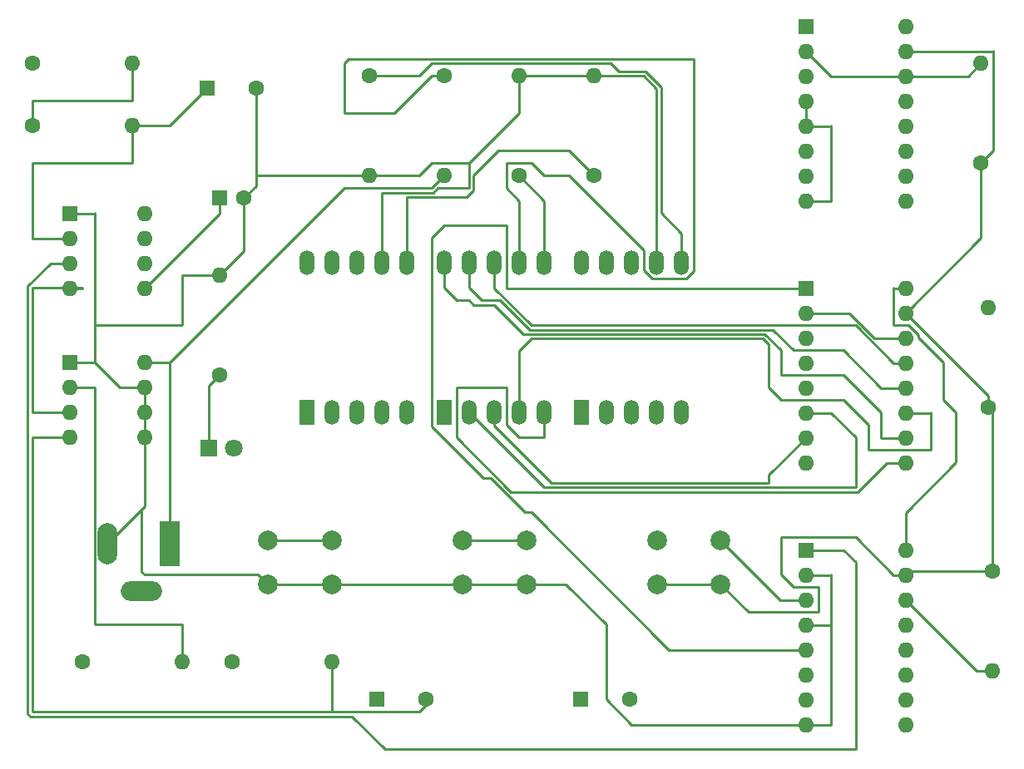
<source format=gbr>
%TF.GenerationSoftware,KiCad,Pcbnew,6.0.11+dfsg-1*%
%TF.CreationDate,2024-10-10T07:54:30+00:00*%
%TF.ProjectId,stoper,73746f70-6572-42e6-9b69-6361645f7063,rev?*%
%TF.SameCoordinates,Original*%
%TF.FileFunction,Copper,L2,Bot*%
%TF.FilePolarity,Positive*%
%FSLAX46Y46*%
G04 Gerber Fmt 4.6, Leading zero omitted, Abs format (unit mm)*
G04 Created by KiCad (PCBNEW 6.0.11+dfsg-1) date 2024-10-10 07:54:30*
%MOMM*%
%LPD*%
G01*
G04 APERTURE LIST*
%TA.AperFunction,ComponentPad*%
%ADD10R,1.600000X1.600000*%
%TD*%
%TA.AperFunction,ComponentPad*%
%ADD11O,1.600000X1.600000*%
%TD*%
%TA.AperFunction,ComponentPad*%
%ADD12C,1.600000*%
%TD*%
%TA.AperFunction,ComponentPad*%
%ADD13R,1.524000X2.524000*%
%TD*%
%TA.AperFunction,ComponentPad*%
%ADD14O,1.524000X2.524000*%
%TD*%
%TA.AperFunction,ComponentPad*%
%ADD15C,2.000000*%
%TD*%
%TA.AperFunction,ComponentPad*%
%ADD16R,2.000000X4.600000*%
%TD*%
%TA.AperFunction,ComponentPad*%
%ADD17O,2.000000X4.200000*%
%TD*%
%TA.AperFunction,ComponentPad*%
%ADD18O,4.200000X2.000000*%
%TD*%
%TA.AperFunction,ComponentPad*%
%ADD19R,1.800000X1.800000*%
%TD*%
%TA.AperFunction,ComponentPad*%
%ADD20C,1.800000*%
%TD*%
%TA.AperFunction,Conductor*%
%ADD21C,0.250000*%
%TD*%
G04 APERTURE END LIST*
D10*
%TO.P,MillisecondsTimer1,1,GND*%
%TO.N,GND*%
X77480000Y-71130000D03*
D11*
%TO.P,MillisecondsTimer1,2,TR*%
%TO.N,Net-(MillisecondsC1-Pad1)*%
X77480000Y-73670000D03*
%TO.P,MillisecondsTimer1,3,Q*%
%TO.N,/MilliSecondsPulse1*%
X77480000Y-76210000D03*
%TO.P,MillisecondsTimer1,4,R*%
%TO.N,/TimerPower1*%
X77480000Y-78750000D03*
%TO.P,MillisecondsTimer1,5,CV*%
%TO.N,Net-(C1-Pad1)*%
X85100000Y-78750000D03*
%TO.P,MillisecondsTimer1,6,THR*%
%TO.N,Net-(MillisecondsC1-Pad1)*%
X85100000Y-76210000D03*
%TO.P,MillisecondsTimer1,7,DIS*%
%TO.N,Net-(MillisecondsTimer1-Pad7)*%
X85100000Y-73670000D03*
%TO.P,MillisecondsTimer1,8,VCC*%
%TO.N,/TimerPower1*%
X85100000Y-71130000D03*
%TD*%
D12*
%TO.P,R11,1*%
%TO.N,Net-(DoubleSecondsDisplay1-Pad6)*%
X130810000Y-67310000D03*
D11*
%TO.P,R11,2*%
%TO.N,GND*%
X130810000Y-57150000D03*
%TD*%
D13*
%TO.P,SingleSecondsDisplay1,1,CC*%
%TO.N,unconnected-(SingleSecondsDisplay1-Pad1)*%
X115600000Y-91440000D03*
D14*
%TO.P,SingleSecondsDisplay1,2,F*%
%TO.N,Net-(SingleSecondsCounter1-Pad6)*%
X118140000Y-91440000D03*
%TO.P,SingleSecondsDisplay1,3,G*%
%TO.N,Net-(SingleSecondsCounter1-Pad7)*%
X120680000Y-91440000D03*
%TO.P,SingleSecondsDisplay1,4,E*%
%TO.N,Net-(SingleSecondsCounter1-Pad11)*%
X123220000Y-91440000D03*
%TO.P,SingleSecondsDisplay1,5,D*%
%TO.N,Net-(SingleSecondsCounter1-Pad9)*%
X125760000Y-91440000D03*
%TO.P,SingleSecondsDisplay1,6,CC*%
%TO.N,Net-(R9-Pad1)*%
X125760000Y-76200000D03*
%TO.P,SingleSecondsDisplay1,7,DP*%
%TO.N,Net-(R8-Pad1)*%
X123220000Y-76200000D03*
%TO.P,SingleSecondsDisplay1,8,C*%
%TO.N,Net-(SingleSecondsCounter1-Pad13)*%
X120680000Y-76200000D03*
%TO.P,SingleSecondsDisplay1,9,B*%
%TO.N,Net-(SingleSecondsCounter1-Pad12)*%
X118140000Y-76200000D03*
%TO.P,SingleSecondsDisplay1,10,A*%
%TO.N,Net-(SingleSecondsCounter1-Pad10)*%
X115600000Y-76200000D03*
%TD*%
D10*
%TO.P,DefaultOff1,1*%
%TO.N,/+9V*%
X108714245Y-120650000D03*
D12*
%TO.P,DefaultOff1,2*%
%TO.N,Net-(DefaultOff1-Pad2)*%
X113714245Y-120650000D03*
%TD*%
%TO.P,R7,1*%
%TO.N,/ResetButtonIn1*%
X171350000Y-107560000D03*
D11*
%TO.P,R7,2*%
%TO.N,GND*%
X171350000Y-117720000D03*
%TD*%
D10*
%TO.P,MilliSecondsCounter1,1,CLOCK*%
%TO.N,/MilliSecondsPulse1*%
X152380000Y-105425000D03*
D11*
%TO.P,MilliSecondsCounter1,2,CLOCKINHIBIT*%
%TO.N,GND*%
X152380000Y-107965000D03*
%TO.P,MilliSecondsCounter1,3,DISPLAYENABLEIN*%
%TO.N,/+9V*%
X152380000Y-110505000D03*
%TO.P,MilliSecondsCounter1,4,DISPLAYENABLEOUT*%
%TO.N,GND*%
X152380000Y-113045000D03*
%TO.P,MilliSecondsCounter1,5,CARRYOUT*%
%TO.N,/SingleSecondsPulse1*%
X152380000Y-115585000D03*
%TO.P,MilliSecondsCounter1,6,F*%
%TO.N,Net-(MilliSecondsCounter1-Pad6)*%
X152380000Y-118125000D03*
%TO.P,MilliSecondsCounter1,7,G*%
%TO.N,Net-(MilliSecondsCounter1-Pad7)*%
X152380000Y-120665000D03*
%TO.P,MilliSecondsCounter1,8,VSS*%
%TO.N,GND*%
X152380000Y-123205000D03*
%TO.P,MilliSecondsCounter1,9,D*%
%TO.N,Net-(MilliSecondsCounter1-Pad9)*%
X162540000Y-123205000D03*
%TO.P,MilliSecondsCounter1,10,A*%
%TO.N,Net-(MilliSecondsCounter1-Pad10)*%
X162540000Y-120665000D03*
%TO.P,MilliSecondsCounter1,11,E*%
%TO.N,Net-(MilliSecondsCounter1-Pad11)*%
X162540000Y-118125000D03*
%TO.P,MilliSecondsCounter1,12,B*%
%TO.N,Net-(MilliSecondsCounter1-Pad12)*%
X162540000Y-115585000D03*
%TO.P,MilliSecondsCounter1,13,C*%
%TO.N,Net-(MilliSecondsCounter1-Pad13)*%
X162540000Y-113045000D03*
%TO.P,MilliSecondsCounter1,14,UNGATEDCSEGMENTOUT*%
%TO.N,GND*%
X162540000Y-110505000D03*
%TO.P,MilliSecondsCounter1,15,RESET*%
%TO.N,/ResetButtonIn1*%
X162540000Y-107965000D03*
%TO.P,MilliSecondsCounter1,16,VDD*%
%TO.N,/+9V*%
X162540000Y-105425000D03*
%TD*%
D10*
%TO.P,C1,1*%
%TO.N,Net-(C1-Pad1)*%
X92710000Y-69580000D03*
D12*
%TO.P,C1,2*%
%TO.N,GND*%
X95210000Y-69580000D03*
%TD*%
D13*
%TO.P,DoubleSecondsDisplay1,1,CC*%
%TO.N,unconnected-(DoubleSecondsDisplay1-Pad1)*%
X101600000Y-91440000D03*
D14*
%TO.P,DoubleSecondsDisplay1,2,F*%
%TO.N,Net-(DoubleSecondsCounter1-Pad6)*%
X104140000Y-91440000D03*
%TO.P,DoubleSecondsDisplay1,3,G*%
%TO.N,Net-(DoubleSecondsCounter1-Pad7)*%
X106680000Y-91440000D03*
%TO.P,DoubleSecondsDisplay1,4,E*%
%TO.N,Net-(DoubleSecondsCounter1-Pad11)*%
X109220000Y-91440000D03*
%TO.P,DoubleSecondsDisplay1,5,D*%
%TO.N,Net-(DoubleSecondsCounter1-Pad9)*%
X111760000Y-91440000D03*
%TO.P,DoubleSecondsDisplay1,6,CC*%
%TO.N,Net-(DoubleSecondsDisplay1-Pad6)*%
X111760000Y-76200000D03*
%TO.P,DoubleSecondsDisplay1,7,DP*%
%TO.N,GND*%
X109220000Y-76200000D03*
%TO.P,DoubleSecondsDisplay1,8,C*%
%TO.N,Net-(DoubleSecondsCounter1-Pad13)*%
X106680000Y-76200000D03*
%TO.P,DoubleSecondsDisplay1,9,B*%
%TO.N,Net-(DoubleSecondsCounter1-Pad12)*%
X104140000Y-76200000D03*
%TO.P,DoubleSecondsDisplay1,10,A*%
%TO.N,Net-(DoubleSecondsCounter1-Pad10)*%
X101600000Y-76200000D03*
%TD*%
D15*
%TO.P,On1,1,A*%
%TO.N,Net-(On1-Pad1)*%
X97634436Y-104430000D03*
X104134436Y-104430000D03*
%TO.P,On1,2,B*%
%TO.N,GND*%
X97634436Y-108930000D03*
X104134436Y-108930000D03*
%TD*%
D12*
%TO.P,R9,1*%
%TO.N,Net-(R9-Pad1)*%
X123190000Y-67310000D03*
D11*
%TO.P,R9,2*%
%TO.N,GND*%
X123190000Y-57150000D03*
%TD*%
D12*
%TO.P,R3,1*%
%TO.N,Net-(OnOffLed1-Pad1)*%
X92710000Y-87630000D03*
D11*
%TO.P,R3,2*%
%TO.N,GND*%
X92710000Y-77470000D03*
%TD*%
D16*
%TO.P,PWR1,1*%
%TO.N,/+9V*%
X87630000Y-104760000D03*
D17*
%TO.P,PWR1,2*%
%TO.N,GND*%
X81330000Y-104760000D03*
D18*
%TO.P,PWR1,3*%
%TO.N,N/C*%
X84730000Y-109560000D03*
%TD*%
D12*
%TO.P,R1,1*%
%TO.N,/+9V*%
X78740000Y-116840000D03*
D11*
%TO.P,R1,2*%
%TO.N,Net-(On1-Pad1)*%
X88900000Y-116840000D03*
%TD*%
%TO.P,R10,2*%
%TO.N,GND*%
X170980000Y-80690000D03*
D12*
%TO.P,R10,1*%
%TO.N,/ResetButtonIn1*%
X170980000Y-90850000D03*
%TD*%
D13*
%TO.P,MilliSecondsDisplay1,1,CC*%
%TO.N,unconnected-(MilliSecondsDisplay1-Pad1)*%
X129600000Y-91440000D03*
D14*
%TO.P,MilliSecondsDisplay1,2,F*%
%TO.N,Net-(MilliSecondsCounter1-Pad6)*%
X132140000Y-91440000D03*
%TO.P,MilliSecondsDisplay1,3,G*%
%TO.N,Net-(MilliSecondsCounter1-Pad7)*%
X134680000Y-91440000D03*
%TO.P,MilliSecondsDisplay1,4,E*%
%TO.N,Net-(MilliSecondsCounter1-Pad11)*%
X137220000Y-91440000D03*
%TO.P,MilliSecondsDisplay1,5,D*%
%TO.N,Net-(MilliSecondsCounter1-Pad9)*%
X139760000Y-91440000D03*
%TO.P,MilliSecondsDisplay1,6,CC*%
%TO.N,Net-(MilliSecondsDisplay1-Pad6)*%
X139760000Y-76200000D03*
%TO.P,MilliSecondsDisplay1,7,DP*%
%TO.N,GND*%
X137220000Y-76200000D03*
%TO.P,MilliSecondsDisplay1,8,C*%
%TO.N,Net-(MilliSecondsCounter1-Pad13)*%
X134680000Y-76200000D03*
%TO.P,MilliSecondsDisplay1,9,B*%
%TO.N,Net-(MilliSecondsCounter1-Pad12)*%
X132140000Y-76200000D03*
%TO.P,MilliSecondsDisplay1,10,A*%
%TO.N,Net-(MilliSecondsCounter1-Pad10)*%
X129600000Y-76200000D03*
%TD*%
D11*
%TO.P,R12,2*%
%TO.N,GND*%
X170180000Y-55880000D03*
D12*
%TO.P,R12,1*%
%TO.N,/ResetButtonIn1*%
X170180000Y-66040000D03*
%TD*%
D10*
%TO.P,DoubleSecondsCounter1,1,CLOCK*%
%TO.N,/DoubleSecondsPulse1*%
X152380000Y-52085000D03*
D11*
%TO.P,DoubleSecondsCounter1,2,CLOCKINHIBIT*%
%TO.N,GND*%
X152380000Y-54625000D03*
%TO.P,DoubleSecondsCounter1,3,DISPLAYENABLEIN*%
%TO.N,/+9V*%
X152380000Y-57165000D03*
%TO.P,DoubleSecondsCounter1,4,DISPLAYENABLEOUT*%
%TO.N,GND*%
X152380000Y-59705000D03*
%TO.P,DoubleSecondsCounter1,5,CARRYOUT*%
X152380000Y-62245000D03*
%TO.P,DoubleSecondsCounter1,6,F*%
%TO.N,Net-(DoubleSecondsCounter1-Pad6)*%
X152380000Y-64785000D03*
%TO.P,DoubleSecondsCounter1,7,G*%
%TO.N,Net-(DoubleSecondsCounter1-Pad7)*%
X152380000Y-67325000D03*
%TO.P,DoubleSecondsCounter1,8,VSS*%
%TO.N,GND*%
X152380000Y-69865000D03*
%TO.P,DoubleSecondsCounter1,9,D*%
%TO.N,Net-(DoubleSecondsCounter1-Pad9)*%
X162540000Y-69865000D03*
%TO.P,DoubleSecondsCounter1,10,A*%
%TO.N,Net-(DoubleSecondsCounter1-Pad10)*%
X162540000Y-67325000D03*
%TO.P,DoubleSecondsCounter1,11,E*%
%TO.N,Net-(DoubleSecondsCounter1-Pad11)*%
X162540000Y-64785000D03*
%TO.P,DoubleSecondsCounter1,12,B*%
%TO.N,Net-(DoubleSecondsCounter1-Pad12)*%
X162540000Y-62245000D03*
%TO.P,DoubleSecondsCounter1,13,C*%
%TO.N,Net-(DoubleSecondsCounter1-Pad13)*%
X162540000Y-59705000D03*
%TO.P,DoubleSecondsCounter1,14,UNGATEDCSEGMENTOUT*%
%TO.N,GND*%
X162540000Y-57165000D03*
%TO.P,DoubleSecondsCounter1,15,RESET*%
%TO.N,/ResetButtonIn1*%
X162540000Y-54625000D03*
%TO.P,DoubleSecondsCounter1,16,VDD*%
%TO.N,/+9V*%
X162540000Y-52085000D03*
%TD*%
D12*
%TO.P,R6,1*%
%TO.N,Net-(MilliSecondsDisplay1-Pad6)*%
X107950000Y-57150000D03*
D11*
%TO.P,R6,2*%
%TO.N,GND*%
X107950000Y-67310000D03*
%TD*%
D15*
%TO.P,Off1,1,A*%
%TO.N,Net-(DefaultOff1-Pad2)*%
X117430000Y-104430000D03*
X123930000Y-104430000D03*
%TO.P,Off1,2,B*%
%TO.N,GND*%
X117430000Y-108930000D03*
X123930000Y-108930000D03*
%TD*%
D10*
%TO.P,MillisecondsC1,1*%
%TO.N,Net-(MillisecondsC1-Pad1)*%
X91440000Y-58420000D03*
D12*
%TO.P,MillisecondsC1,2*%
%TO.N,GND*%
X96440000Y-58420000D03*
%TD*%
%TO.P,R5,1*%
%TO.N,Net-(MillisecondsTimer1-Pad7)*%
X73660000Y-62210000D03*
D11*
%TO.P,R5,2*%
%TO.N,Net-(MillisecondsC1-Pad1)*%
X83820000Y-62210000D03*
%TD*%
D10*
%TO.P,OnOff1,1,GND*%
%TO.N,GND*%
X77470000Y-86360000D03*
D11*
%TO.P,OnOff1,2,TR*%
%TO.N,Net-(On1-Pad1)*%
X77470000Y-88900000D03*
%TO.P,OnOff1,3,Q*%
%TO.N,/TimerPower1*%
X77470000Y-91440000D03*
%TO.P,OnOff1,4,R*%
%TO.N,Net-(DefaultOff1-Pad2)*%
X77470000Y-93980000D03*
%TO.P,OnOff1,5,CV*%
%TO.N,GND*%
X85090000Y-93980000D03*
%TO.P,OnOff1,6,THR*%
X85090000Y-91440000D03*
%TO.P,OnOff1,7,DIS*%
X85090000Y-88900000D03*
%TO.P,OnOff1,8,VCC*%
%TO.N,/+9V*%
X85090000Y-86360000D03*
%TD*%
%TO.P,R8,2*%
%TO.N,/+9V*%
X115570000Y-67310000D03*
D12*
%TO.P,R8,1*%
%TO.N,Net-(R8-Pad1)*%
X115570000Y-57150000D03*
%TD*%
%TO.P,R2,1*%
%TO.N,/+9V*%
X93980000Y-116840000D03*
D11*
%TO.P,R2,2*%
%TO.N,Net-(DefaultOff1-Pad2)*%
X104140000Y-116840000D03*
%TD*%
%TO.P,SingleSecondsCounter1,16,VDD*%
%TO.N,/+9V*%
X162540000Y-78755000D03*
%TO.P,SingleSecondsCounter1,15,RESET*%
%TO.N,/ResetButtonIn1*%
X162540000Y-81295000D03*
%TO.P,SingleSecondsCounter1,14,UNGATEDCSEGMENTOUT*%
%TO.N,GND*%
X162540000Y-83835000D03*
%TO.P,SingleSecondsCounter1,13,C*%
%TO.N,Net-(SingleSecondsCounter1-Pad13)*%
X162540000Y-86375000D03*
%TO.P,SingleSecondsCounter1,12,B*%
%TO.N,Net-(SingleSecondsCounter1-Pad12)*%
X162540000Y-88915000D03*
%TO.P,SingleSecondsCounter1,11,E*%
%TO.N,Net-(SingleSecondsCounter1-Pad11)*%
X162540000Y-91455000D03*
%TO.P,SingleSecondsCounter1,10,A*%
%TO.N,Net-(SingleSecondsCounter1-Pad10)*%
X162540000Y-93995000D03*
%TO.P,SingleSecondsCounter1,9,D*%
%TO.N,Net-(SingleSecondsCounter1-Pad9)*%
X162540000Y-96535000D03*
%TO.P,SingleSecondsCounter1,8,VSS*%
%TO.N,GND*%
X152380000Y-96535000D03*
%TO.P,SingleSecondsCounter1,7,G*%
%TO.N,Net-(SingleSecondsCounter1-Pad7)*%
X152380000Y-93995000D03*
%TO.P,SingleSecondsCounter1,6,F*%
%TO.N,Net-(SingleSecondsCounter1-Pad6)*%
X152380000Y-91455000D03*
%TO.P,SingleSecondsCounter1,5,CARRYOUT*%
%TO.N,/DoubleSecondsPulse1*%
X152380000Y-88915000D03*
%TO.P,SingleSecondsCounter1,4,DISPLAYENABLEOUT*%
%TO.N,GND*%
X152380000Y-86375000D03*
%TO.P,SingleSecondsCounter1,3,DISPLAYENABLEIN*%
%TO.N,/+9V*%
X152380000Y-83835000D03*
%TO.P,SingleSecondsCounter1,2,CLOCKINHIBIT*%
%TO.N,GND*%
X152380000Y-81295000D03*
D10*
%TO.P,SingleSecondsCounter1,1,CLOCK*%
%TO.N,/SingleSecondsPulse1*%
X152380000Y-78755000D03*
%TD*%
D15*
%TO.P,Reset1,1,A*%
%TO.N,/+9V*%
X137225564Y-104430000D03*
X143725564Y-104430000D03*
%TO.P,Reset1,2,B*%
%TO.N,/ResetButtonIn1*%
X143725564Y-108930000D03*
X137225564Y-108930000D03*
%TD*%
D19*
%TO.P,OnOffLed1,1,K*%
%TO.N,Net-(OnOffLed1-Pad1)*%
X91640000Y-95050322D03*
D20*
%TO.P,OnOffLed1,2,A*%
%TO.N,/TimerPower1*%
X94180000Y-95050322D03*
%TD*%
D12*
%TO.P,R4,1*%
%TO.N,/TimerPower1*%
X73660000Y-55880000D03*
D11*
%TO.P,R4,2*%
%TO.N,Net-(MillisecondsTimer1-Pad7)*%
X83820000Y-55880000D03*
%TD*%
D12*
%TO.P,DefaultReset1,2*%
%TO.N,/ResetButtonIn1*%
X134463339Y-120650000D03*
D10*
%TO.P,DefaultReset1,1*%
%TO.N,/+9V*%
X129463339Y-120650000D03*
%TD*%
D21*
%TO.N,Net-(DefaultOff1-Pad2)*%
X104140000Y-121920000D02*
X113030000Y-121920000D01*
X113030000Y-121920000D02*
X113714245Y-121235755D01*
X113714245Y-121235755D02*
X113714245Y-120650000D01*
%TO.N,Net-(R8-Pad1)*%
X135890000Y-74930000D02*
X128270000Y-67310000D01*
X110490000Y-60960000D02*
X105410000Y-60960000D01*
X140210250Y-77787000D02*
X136769750Y-77787000D01*
X105410000Y-60960000D02*
X105410000Y-55880000D01*
X121920000Y-66040000D02*
X121920000Y-68580000D01*
X136769750Y-77787000D02*
X135890000Y-76907250D01*
X105860000Y-55430000D02*
X140970000Y-55430000D01*
X140970000Y-55430000D02*
X140970000Y-77027250D01*
X105410000Y-55880000D02*
X105860000Y-55430000D01*
X128270000Y-67310000D02*
X125730000Y-67310000D01*
X124460000Y-66040000D02*
X121920000Y-66040000D01*
X114300000Y-57150000D02*
X110490000Y-60960000D01*
X135890000Y-76907250D02*
X135890000Y-74930000D01*
X140970000Y-77027250D02*
X140210250Y-77787000D01*
X115570000Y-57150000D02*
X114300000Y-57150000D01*
X123220000Y-69880000D02*
X123220000Y-76200000D01*
X125730000Y-67310000D02*
X124460000Y-66040000D01*
X121920000Y-68580000D02*
X123220000Y-69880000D01*
%TO.N,/ResetButtonIn1*%
X143725564Y-108930000D02*
X137225564Y-108930000D01*
%TO.N,GND*%
X132080000Y-120650000D02*
X132080000Y-113030000D01*
X152380000Y-123205000D02*
X134635000Y-123205000D01*
X134635000Y-123205000D02*
X132080000Y-120650000D01*
X132080000Y-113030000D02*
X127980000Y-108930000D01*
X127980000Y-108930000D02*
X123930000Y-108930000D01*
X152380000Y-59705000D02*
X152380000Y-62245000D01*
X162540000Y-83835000D02*
X159401396Y-83835000D01*
X159401396Y-83835000D02*
X156861396Y-81295000D01*
X156861396Y-81295000D02*
X152380000Y-81295000D01*
%TO.N,/+9V*%
X162540000Y-105425000D02*
X162540000Y-101620000D01*
X162540000Y-101620000D02*
X167640000Y-96520000D01*
X162845991Y-82550000D02*
X161290000Y-82550000D01*
X167640000Y-96520000D02*
X167640000Y-91440000D01*
X167640000Y-91440000D02*
X166370000Y-90170000D01*
X166370000Y-90170000D02*
X166370000Y-86360000D01*
X166370000Y-86360000D02*
X163830000Y-83820000D01*
X163830000Y-83820000D02*
X163830000Y-83534009D01*
X163830000Y-83534009D02*
X162845991Y-82550000D01*
X161290000Y-82550000D02*
X161290000Y-78740000D01*
X161290000Y-78740000D02*
X161305000Y-78755000D01*
X161305000Y-78755000D02*
X162540000Y-78755000D01*
%TO.N,/ResetButtonIn1*%
X170180000Y-66040000D02*
X170180000Y-73655000D01*
X170180000Y-73655000D02*
X162540000Y-81295000D01*
X170980000Y-90850000D02*
X170980000Y-89718630D01*
X170980000Y-89718630D02*
X162556370Y-81295000D01*
X162556370Y-81295000D02*
X162540000Y-81295000D01*
X171350000Y-107560000D02*
X171350000Y-91220000D01*
X171350000Y-91220000D02*
X170980000Y-90850000D01*
%TO.N,GND*%
X104134436Y-108930000D02*
X97634436Y-108930000D01*
X117430000Y-108930000D02*
X104134436Y-108930000D01*
X117430000Y-108930000D02*
X123930000Y-108930000D01*
%TO.N,Net-(DefaultOff1-Pad2)*%
X123930000Y-104430000D02*
X117430000Y-104430000D01*
%TO.N,/ResetButtonIn1*%
X162540000Y-107965000D02*
X161305000Y-107965000D01*
X161305000Y-107965000D02*
X157480000Y-104140000D01*
X157480000Y-104140000D02*
X149860000Y-104140000D01*
X151130000Y-109220000D02*
X153670000Y-109220000D01*
X149860000Y-104140000D02*
X149860000Y-107950000D01*
X149860000Y-107950000D02*
X151130000Y-109220000D01*
X153670000Y-109220000D02*
X153670000Y-111760000D01*
X146555564Y-111760000D02*
X143725564Y-108930000D01*
X153670000Y-111760000D02*
X146555564Y-111760000D01*
X171350000Y-107560000D02*
X162945000Y-107560000D01*
X162945000Y-107560000D02*
X162540000Y-107965000D01*
%TO.N,GND*%
X171350000Y-117720000D02*
X169755000Y-117720000D01*
X169755000Y-117720000D02*
X162540000Y-110505000D01*
%TO.N,/SingleSecondsPulse1*%
X152380000Y-115585000D02*
X138445000Y-115585000D01*
X138445000Y-115585000D02*
X124460000Y-101600000D01*
X124460000Y-101600000D02*
X123823604Y-101600000D01*
X123823604Y-101600000D02*
X120331802Y-98108198D01*
X120331802Y-98108198D02*
X119594198Y-98108198D01*
X119594198Y-98108198D02*
X114300000Y-92814000D01*
X114300000Y-92814000D02*
X114300000Y-73660000D01*
X114300000Y-73660000D02*
X115570000Y-72390000D01*
X115570000Y-72390000D02*
X121920000Y-72390000D01*
X121920000Y-72390000D02*
X121920000Y-78740000D01*
X121920000Y-78740000D02*
X121935000Y-78755000D01*
X121935000Y-78755000D02*
X152380000Y-78755000D01*
%TO.N,/+9V*%
X152380000Y-110505000D02*
X149800564Y-110505000D01*
X149800564Y-110505000D02*
X143725564Y-104430000D01*
%TO.N,GND*%
X154940000Y-113030000D02*
X154940000Y-107950000D01*
X154940000Y-107950000D02*
X154925000Y-107965000D01*
X154925000Y-107965000D02*
X152380000Y-107965000D01*
X154940000Y-123190000D02*
X154940000Y-113030000D01*
X152380000Y-123205000D02*
X154925000Y-123205000D01*
X154925000Y-113045000D02*
X152380000Y-113045000D01*
X154925000Y-123205000D02*
X154940000Y-123190000D01*
X154940000Y-113030000D02*
X154925000Y-113045000D01*
%TO.N,Net-(SingleSecondsCounter1-Pad7)*%
X120680000Y-91440000D02*
X120680000Y-92740000D01*
X120680000Y-92740000D02*
X126550000Y-98610000D01*
X126550000Y-98610000D02*
X148590000Y-98610000D01*
X148590000Y-98610000D02*
X148590000Y-97785000D01*
X148590000Y-97785000D02*
X152380000Y-93995000D01*
%TO.N,Net-(SingleSecondsCounter1-Pad9)*%
X125760000Y-91440000D02*
X125760000Y-93950000D01*
X122370000Y-99510000D02*
X157666396Y-99510000D01*
X157666396Y-99510000D02*
X160641396Y-96535000D01*
X125760000Y-93950000D02*
X125730000Y-93980000D01*
X125730000Y-93980000D02*
X123190000Y-93980000D01*
X116840000Y-88900000D02*
X116840000Y-93980000D01*
X123190000Y-93980000D02*
X121920000Y-92710000D01*
X121920000Y-92710000D02*
X121920000Y-88900000D01*
X121920000Y-88900000D02*
X116840000Y-88900000D01*
X116840000Y-93980000D02*
X122370000Y-99510000D01*
X160641396Y-96535000D02*
X162540000Y-96535000D01*
%TO.N,Net-(SingleSecondsCounter1-Pad6)*%
X118140000Y-91440000D02*
X125760000Y-99060000D01*
X125760000Y-99060000D02*
X157480000Y-99060000D01*
X157480000Y-99060000D02*
X157480000Y-93980000D01*
X157480000Y-93980000D02*
X154955000Y-91455000D01*
X154955000Y-91455000D02*
X152380000Y-91455000D01*
%TO.N,Net-(SingleSecondsCounter1-Pad11)*%
X123220000Y-91440000D02*
X123220000Y-85140000D01*
X123220000Y-85140000D02*
X124460000Y-83900000D01*
X148590000Y-88900000D02*
X149860000Y-90170000D01*
X124460000Y-83900000D02*
X148033604Y-83900000D01*
X148033604Y-83900000D02*
X148590000Y-84456396D01*
X148590000Y-84456396D02*
X148590000Y-88900000D01*
X149860000Y-90170000D02*
X156210000Y-90170000D01*
X156210000Y-90170000D02*
X158750000Y-92710000D01*
X158750000Y-92710000D02*
X158750000Y-95250000D01*
X158750000Y-95250000D02*
X165100000Y-95250000D01*
X165100000Y-95250000D02*
X165100000Y-91440000D01*
X165100000Y-91440000D02*
X165085000Y-91455000D01*
X165085000Y-91455000D02*
X162540000Y-91455000D01*
%TO.N,Net-(SingleSecondsCounter1-Pad10)*%
X160020000Y-91440000D02*
X160020000Y-93980000D01*
X148220000Y-83450000D02*
X149860000Y-85090000D01*
X149860000Y-87630000D02*
X156210000Y-87630000D01*
X123640000Y-83450000D02*
X148220000Y-83450000D01*
X118110000Y-80010000D02*
X118560000Y-80460000D01*
X120650000Y-80460000D02*
X123640000Y-83450000D01*
X149860000Y-85090000D02*
X149860000Y-87630000D01*
X156210000Y-87630000D02*
X160020000Y-91440000D01*
X115600000Y-76200000D02*
X115600000Y-78710000D01*
X116840000Y-80010000D02*
X118110000Y-80010000D01*
X118560000Y-80460000D02*
X120650000Y-80460000D01*
X160020000Y-93980000D02*
X160035000Y-93995000D01*
X115570000Y-78740000D02*
X116840000Y-80010000D01*
X115600000Y-78710000D02*
X115570000Y-78740000D01*
X160035000Y-93995000D02*
X162540000Y-93995000D01*
%TO.N,Net-(SingleSecondsCounter1-Pad12)*%
X118140000Y-76200000D02*
X118140000Y-78710000D01*
X118140000Y-78710000D02*
X118110000Y-78740000D01*
X149040000Y-83000000D02*
X151130000Y-85090000D01*
X118110000Y-78740000D02*
X119380000Y-80010000D01*
X160035000Y-88915000D02*
X162540000Y-88915000D01*
X119380000Y-80010000D02*
X121283604Y-80010000D01*
X121283604Y-80010000D02*
X124273604Y-83000000D01*
X151130000Y-85090000D02*
X156210000Y-85090000D01*
X124273604Y-83000000D02*
X149040000Y-83000000D01*
X156210000Y-85090000D02*
X160035000Y-88915000D01*
%TO.N,Net-(SingleSecondsCounter1-Pad13)*%
X120680000Y-76200000D02*
X120680000Y-78770000D01*
X120680000Y-78770000D02*
X124460000Y-82550000D01*
X124460000Y-82550000D02*
X157480000Y-82550000D01*
X157480000Y-82550000D02*
X161305000Y-86375000D01*
X161305000Y-86375000D02*
X162540000Y-86375000D01*
%TO.N,GND*%
X154940000Y-69850000D02*
X154940000Y-62230000D01*
X152380000Y-69865000D02*
X154925000Y-69865000D01*
X154925000Y-69865000D02*
X154940000Y-69850000D01*
X154940000Y-62230000D02*
X154925000Y-62245000D01*
X154925000Y-62245000D02*
X152380000Y-62245000D01*
%TO.N,/ResetButtonIn1*%
X171450000Y-64770000D02*
X171450000Y-54610000D01*
X170180000Y-66040000D02*
X171450000Y-64770000D01*
X171450000Y-54610000D02*
X171435000Y-54625000D01*
X171435000Y-54625000D02*
X162540000Y-54625000D01*
%TO.N,GND*%
X162540000Y-57165000D02*
X168895000Y-57165000D01*
X168895000Y-57165000D02*
X170180000Y-55880000D01*
X162540000Y-57165000D02*
X154920000Y-57165000D01*
X154920000Y-57165000D02*
X152380000Y-54625000D01*
%TO.N,Net-(On1-Pad1)*%
X104134436Y-104430000D02*
X97634436Y-104430000D01*
%TO.N,Net-(DoubleSecondsDisplay1-Pad6)*%
X130810000Y-67310000D02*
X128270000Y-64770000D01*
X118560000Y-67310000D02*
X118560000Y-68766396D01*
X128270000Y-64770000D02*
X121100000Y-64770000D01*
X121100000Y-64770000D02*
X118560000Y-67310000D01*
X118560000Y-68766396D02*
X117846396Y-69480000D01*
X117846396Y-69480000D02*
X111760000Y-69480000D01*
X111760000Y-69480000D02*
X111760000Y-76200000D01*
%TO.N,Net-(MilliSecondsDisplay1-Pad6)*%
X107950000Y-57150000D02*
X113030000Y-57150000D01*
X113030000Y-57150000D02*
X114300000Y-55880000D01*
X114300000Y-55880000D02*
X132530000Y-55880000D01*
X132530000Y-55880000D02*
X133350000Y-56700000D01*
X133350000Y-56700000D02*
X136076396Y-56700000D01*
X136076396Y-56700000D02*
X137670000Y-58293604D01*
X139760000Y-73210000D02*
X139760000Y-76200000D01*
X137670000Y-58293604D02*
X137670000Y-71120000D01*
X137670000Y-71120000D02*
X139760000Y-73210000D01*
%TO.N,GND*%
X130810000Y-57150000D02*
X135890000Y-57150000D01*
X135890000Y-57150000D02*
X137220000Y-58480000D01*
X137220000Y-58480000D02*
X137220000Y-76200000D01*
X123190000Y-57150000D02*
X123190000Y-60960000D01*
X123190000Y-60960000D02*
X118110000Y-66040000D01*
X130810000Y-57150000D02*
X123190000Y-57150000D01*
%TO.N,Net-(R9-Pad1)*%
X123190000Y-67310000D02*
X125760000Y-69880000D01*
X125760000Y-69880000D02*
X125760000Y-76200000D01*
%TO.N,GND*%
X107950000Y-67310000D02*
X113030000Y-67310000D01*
X114486396Y-69030000D02*
X109220000Y-69030000D01*
X113030000Y-67310000D02*
X114300000Y-66040000D01*
X114300000Y-66040000D02*
X118110000Y-66040000D01*
X118110000Y-68580000D02*
X114936396Y-68580000D01*
X114936396Y-68580000D02*
X114486396Y-69030000D01*
X118110000Y-66040000D02*
X118110000Y-68580000D01*
X109220000Y-69030000D02*
X109220000Y-76200000D01*
%TO.N,/+9V*%
X87630000Y-86360000D02*
X105410000Y-68580000D01*
X105410000Y-68580000D02*
X114300000Y-68580000D01*
X114300000Y-68580000D02*
X115570000Y-67310000D01*
%TO.N,GND*%
X96440000Y-58420000D02*
X96440000Y-67230000D01*
X96440000Y-67230000D02*
X96440000Y-68350000D01*
X107950000Y-67310000D02*
X96520000Y-67310000D01*
X96520000Y-67310000D02*
X96440000Y-67230000D01*
%TO.N,Net-(C1-Pad1)*%
X92710000Y-69580000D02*
X92710000Y-71140000D01*
X92710000Y-71140000D02*
X85100000Y-78750000D01*
%TO.N,GND*%
X95210000Y-69580000D02*
X95210000Y-74970000D01*
X95210000Y-74970000D02*
X92710000Y-77470000D01*
X96440000Y-68350000D02*
X95210000Y-69580000D01*
%TO.N,Net-(MillisecondsTimer1-Pad7)*%
X83820000Y-59690000D02*
X73660000Y-59690000D01*
X83820000Y-55880000D02*
X83820000Y-59690000D01*
X73660000Y-59690000D02*
X73660000Y-62210000D01*
%TO.N,/MilliSecondsPulse1*%
X77480000Y-76210000D02*
X75553604Y-76210000D01*
X75553604Y-76210000D02*
X73210000Y-78553604D01*
X157480000Y-106680000D02*
X156225000Y-105425000D01*
X73210000Y-78553604D02*
X73210000Y-122106396D01*
X109590000Y-125730000D02*
X157480000Y-125730000D01*
X73210000Y-122106396D02*
X73473604Y-122370000D01*
X73473604Y-122370000D02*
X106230000Y-122370000D01*
X106230000Y-122370000D02*
X109590000Y-125730000D01*
X157480000Y-125730000D02*
X157480000Y-106680000D01*
X156225000Y-105425000D02*
X152380000Y-105425000D01*
%TO.N,Net-(MillisecondsC1-Pad1)*%
X83820000Y-62210000D02*
X87650000Y-62210000D01*
X87650000Y-62210000D02*
X91440000Y-58420000D01*
X73660000Y-66040000D02*
X83820000Y-66040000D01*
X73670000Y-73670000D02*
X73660000Y-73660000D01*
X77480000Y-73670000D02*
X73670000Y-73670000D01*
X73660000Y-73660000D02*
X73660000Y-66040000D01*
X83820000Y-66040000D02*
X83820000Y-62210000D01*
%TO.N,Net-(OnOffLed1-Pad1)*%
X91640000Y-95050322D02*
X91640000Y-88700000D01*
X91640000Y-88700000D02*
X92710000Y-87630000D01*
%TO.N,GND*%
X84790000Y-107650000D02*
X85090000Y-107950000D01*
X84790000Y-101300000D02*
X84790000Y-107650000D01*
X85090000Y-101000000D02*
X84790000Y-101300000D01*
X84790000Y-101300000D02*
X81330000Y-104760000D01*
X85090000Y-107950000D02*
X96654436Y-107950000D01*
X96654436Y-107950000D02*
X97634436Y-108930000D01*
X88900000Y-77470000D02*
X88900000Y-82550000D01*
X92710000Y-77470000D02*
X88900000Y-77470000D01*
X80010000Y-86360000D02*
X80010000Y-82550000D01*
X80010000Y-82550000D02*
X80010000Y-71120000D01*
X88900000Y-82550000D02*
X80010000Y-82550000D01*
X85090000Y-93980000D02*
X85090000Y-101000000D01*
%TO.N,Net-(DefaultOff1-Pad2)*%
X73660000Y-121920000D02*
X104140000Y-121920000D01*
X77470000Y-93980000D02*
X73660000Y-93980000D01*
X73660000Y-93980000D02*
X73660000Y-121920000D01*
X104140000Y-121920000D02*
X104140000Y-116840000D01*
%TO.N,Net-(On1-Pad1)*%
X77470000Y-88900000D02*
X80010000Y-88900000D01*
X80010000Y-88900000D02*
X80005000Y-88905000D01*
X80010000Y-113030000D02*
X88900000Y-113030000D01*
X88900000Y-113030000D02*
X88900000Y-116840000D01*
X80005000Y-88905000D02*
X80005000Y-113025000D01*
X80005000Y-113025000D02*
X80010000Y-113030000D01*
%TO.N,/TimerPower1*%
X73660000Y-78740000D02*
X78740000Y-78740000D01*
X77470000Y-91440000D02*
X73660000Y-91440000D01*
X73660000Y-91440000D02*
X73660000Y-78740000D01*
X78740000Y-78740000D02*
X78730000Y-78750000D01*
X78730000Y-78750000D02*
X77480000Y-78750000D01*
%TO.N,GND*%
X85090000Y-88900000D02*
X82550000Y-88900000D01*
X82550000Y-88900000D02*
X80010000Y-86360000D01*
%TO.N,/+9V*%
X87630000Y-104760000D02*
X87630000Y-86360000D01*
X87630000Y-86360000D02*
X85090000Y-86360000D01*
%TO.N,GND*%
X85090000Y-91440000D02*
X85090000Y-88900000D01*
X85090000Y-93980000D02*
X85090000Y-91440000D01*
X77470000Y-86360000D02*
X80010000Y-86360000D01*
X80010000Y-71120000D02*
X80000000Y-71130000D01*
X80000000Y-71130000D02*
X77480000Y-71130000D01*
%TD*%
M02*

</source>
